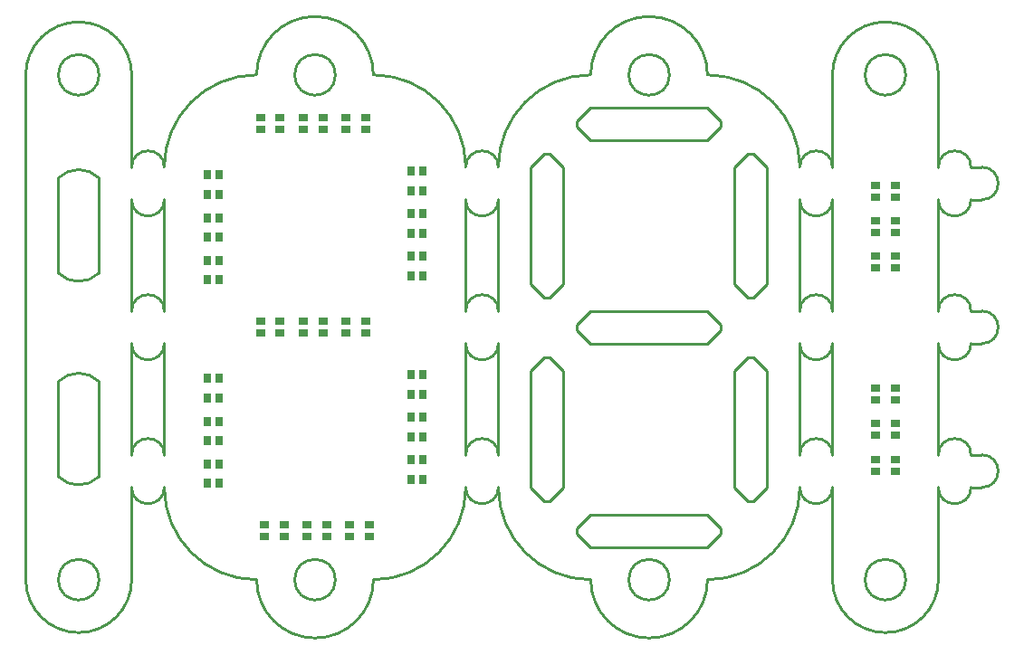
<source format=gtp>
G04*
G04 #@! TF.GenerationSoftware,Altium Limited,Altium Designer,20.2.6 (244)*
G04*
G04 Layer_Color=8421504*
%FSLAX25Y25*%
%MOIN*%
G70*
G04*
G04 #@! TF.SameCoordinates,EC59DE11-5F21-440E-92AE-D345A4C3AF16*
G04*
G04*
G04 #@! TF.FilePolarity,Positive*
G04*
G01*
G75*
%ADD10C,0.01000*%
%ADD13R,0.03543X0.02756*%
%ADD14R,0.02756X0.03543*%
D10*
X501000Y259000D02*
G03*
X513000Y259000I6000J0D01*
G01*
Y271000D02*
G03*
X501000Y271000I-6000J0D01*
G01*
Y206000D02*
G03*
X513000Y206000I6000J0D01*
G01*
Y218000D02*
G03*
X501000Y218000I-6000J0D01*
G01*
X513000Y165000D02*
G03*
X501000Y165000I-6000J0D01*
G01*
Y153000D02*
G03*
X513000Y153000I6000J0D01*
G01*
X204000D02*
G03*
X216000Y153000I6000J0D01*
G01*
X327000Y259000D02*
G03*
X339000Y259000I6000J0D01*
G01*
X450000Y153000D02*
G03*
X462000Y153000I6000J0D01*
G01*
X450000Y206000D02*
G03*
X462000Y206000I6000J0D01*
G01*
Y218000D02*
G03*
X450000Y218000I-6000J0D01*
G01*
Y259000D02*
G03*
X462000Y259000I6000J0D01*
G01*
X327000Y206000D02*
G03*
X339000Y206000I6000J0D01*
G01*
Y218000D02*
G03*
X327000Y218000I-6000J0D01*
G01*
Y153000D02*
G03*
X339000Y153000I6000J0D01*
G01*
X216000Y165000D02*
G03*
X204000Y165000I-6000J0D01*
G01*
Y206000D02*
G03*
X216000Y206000I6000J0D01*
G01*
Y218000D02*
G03*
X204000Y218000I-6000J0D01*
G01*
Y259000D02*
G03*
X216000Y259000I6000J0D01*
G01*
X462000Y271000D02*
G03*
X450000Y271000I-6000J0D01*
G01*
X462000Y165000D02*
G03*
X450000Y165000I-6000J0D01*
G01*
X339000Y271000D02*
G03*
X327000Y271000I-6000J0D01*
G01*
X339000Y165000D02*
G03*
X327000Y165000I-6000J0D01*
G01*
X216000Y271000D02*
G03*
X204000Y271000I-6000J0D01*
G01*
X517000Y153000D02*
G03*
X517000Y165000I0J6000D01*
G01*
Y206000D02*
G03*
X517000Y218000I0J6000D01*
G01*
Y259000D02*
G03*
X517000Y271000I0J6000D01*
G01*
X250000Y305000D02*
G03*
X216000Y271000I0J-34000D01*
G01*
X293000Y119000D02*
G03*
X327000Y153000I0J34000D01*
G01*
X216000D02*
G03*
X250000Y119000I34000J0D01*
G01*
X327000Y271000D02*
G03*
X293000Y305000I-34000J0D01*
G01*
D02*
G03*
X250000Y305000I-21500J0D01*
G01*
X279000D02*
G03*
X279000Y305000I-7500J0D01*
G01*
Y119000D02*
G03*
X279000Y119000I-7500J0D01*
G01*
X250000D02*
G03*
X293000Y119000I21500J0D01*
G01*
X165000Y119000D02*
G03*
X204000Y119000I19500J0D01*
G01*
X192000D02*
G03*
X192000Y119000I-7500J0D01*
G01*
Y305000D02*
G03*
X192000Y305000I-7500J0D01*
G01*
X204000D02*
G03*
X165000Y305000I-19500J0D01*
G01*
X192000Y267000D02*
G03*
X177000Y267000I-7500J-7500D01*
G01*
Y157000D02*
G03*
X192000Y157000I7500J7500D01*
G01*
X177000Y232000D02*
G03*
X192000Y232000I7500J7500D01*
G01*
Y192000D02*
G03*
X177000Y192000I-7500J-7500D01*
G01*
X416000Y119000D02*
G03*
X450000Y153000I0J34000D01*
G01*
X339000D02*
G03*
X373000Y119000I34000J0D01*
G01*
Y305000D02*
G03*
X339000Y271000I0J-34000D01*
G01*
X450000D02*
G03*
X416000Y305000I-34000J0D01*
G01*
D02*
G03*
X373000Y305000I-21500J0D01*
G01*
X402000D02*
G03*
X402000Y305000I-7500J0D01*
G01*
Y119000D02*
G03*
X402000Y119000I-7500J0D01*
G01*
X373000D02*
G03*
X416000Y119000I21500J0D01*
G01*
X501000Y305000D02*
G03*
X462000Y305000I-19500J0D01*
G01*
X489000D02*
G03*
X489000Y305000I-7500J0D01*
G01*
Y119000D02*
G03*
X489000Y119000I-7500J0D01*
G01*
X462000D02*
G03*
X501000Y119000I19500J0D01*
G01*
X513000Y271000D02*
X517000D01*
X513000Y259000D02*
X517000D01*
X513000Y218000D02*
X517000D01*
X513000Y206000D02*
X517000D01*
X513000Y153000D02*
X517000D01*
X513000Y165000D02*
X517000D01*
X501000Y218000D02*
Y259000D01*
Y165000D02*
Y206000D01*
X216000Y218000D02*
Y259000D01*
X462000Y165000D02*
Y206000D01*
X450000Y165000D02*
Y206000D01*
Y218000D02*
Y259000D01*
X462000Y218000D02*
Y259000D01*
X339000Y165000D02*
Y206000D01*
X327000Y165000D02*
Y206000D01*
Y218000D02*
Y259000D01*
X339000Y218000D02*
Y259000D01*
X204000Y218000D02*
Y259000D01*
Y165000D02*
Y206000D01*
X165000Y153000D02*
Y271000D01*
X216000Y165000D02*
Y206000D01*
X204000Y119000D02*
Y153000D01*
X165000Y119000D02*
Y153000D01*
X204000Y271000D02*
Y305000D01*
X165000Y271000D02*
Y305000D01*
X192000Y157000D02*
Y192000D01*
X177000Y157000D02*
Y192000D01*
X192000Y232000D02*
Y267000D01*
X177000Y232000D02*
Y267000D01*
X356000Y201000D02*
X358000D01*
X368000Y136000D02*
Y138000D01*
Y286000D02*
Y288000D01*
X356000Y276000D02*
X358000D01*
X368000Y211000D02*
Y213000D01*
X431000Y201000D02*
X433000D01*
X431000Y276000D02*
X433000D01*
Y201000D02*
X438000Y196000D01*
X358000Y201000D02*
X363000Y196000D01*
X351000D02*
X356000Y201000D01*
X426000Y196000D02*
X431000Y201000D01*
Y148000D02*
X433000D01*
X356000D02*
X358000D01*
X433000D02*
X438000Y153000D01*
X363000D02*
Y196000D01*
X426000Y153000D02*
Y196000D01*
X438000Y153000D02*
Y196000D01*
X351000Y153000D02*
X356000Y148000D01*
X358000D02*
X363000Y153000D01*
X426000D02*
X431000Y148000D01*
X351000Y153000D02*
Y196000D01*
X431000Y223000D02*
X433000D01*
X356000D02*
X358000D01*
X433000D02*
X438000Y228000D01*
X351000D02*
X356000Y223000D01*
X358000D02*
X363000Y228000D01*
X426000D02*
X431000Y223000D01*
X433000Y276000D02*
X438000Y271000D01*
X363000Y228000D02*
Y271000D01*
X426000Y228000D02*
Y271000D01*
X438000Y228000D02*
Y271000D01*
X358000Y276000D02*
X363000Y271000D01*
X351000D02*
X356000Y276000D01*
X426000Y271000D02*
X431000Y276000D01*
X351000Y228000D02*
Y271000D01*
X373000Y143000D02*
X416000D01*
X373000Y131000D02*
X416000D01*
X421000Y136000D01*
X416000Y143000D02*
X421000Y138000D01*
Y136000D02*
Y138000D01*
X368000Y136000D02*
X373000Y131000D01*
X368000Y138000D02*
X373000Y143000D01*
Y218000D02*
X416000D01*
X373000Y206000D02*
X416000D01*
X421000Y211000D01*
X416000Y218000D02*
X421000Y213000D01*
Y211000D02*
Y213000D01*
X368000Y211000D02*
X373000Y206000D01*
X368000Y213000D02*
X373000Y218000D01*
Y293000D02*
X416000D01*
X373000Y281000D02*
X416000D01*
X421000Y286000D01*
X416000Y293000D02*
X421000Y288000D01*
Y286000D02*
Y288000D01*
X368000Y286000D02*
X373000Y281000D01*
X368000Y288000D02*
X373000Y293000D01*
X462000Y271000D02*
Y305000D01*
X501000Y271000D02*
Y305000D01*
X462000Y119000D02*
Y153000D01*
X501000Y119000D02*
Y153000D01*
D13*
X251472Y214165D02*
D03*
Y209835D02*
D03*
X258677D02*
D03*
Y214165D02*
D03*
X291528Y134835D02*
D03*
Y139165D02*
D03*
X284323D02*
D03*
Y134835D02*
D03*
X251472Y289165D02*
D03*
Y284835D02*
D03*
X258677D02*
D03*
Y289165D02*
D03*
X267185Y214165D02*
D03*
Y209835D02*
D03*
X274390D02*
D03*
Y214165D02*
D03*
X275815Y134835D02*
D03*
Y139165D02*
D03*
X268610D02*
D03*
Y134835D02*
D03*
X267185Y289165D02*
D03*
Y284835D02*
D03*
X274390D02*
D03*
Y289165D02*
D03*
X282897Y214165D02*
D03*
Y209835D02*
D03*
X290103D02*
D03*
Y214165D02*
D03*
X260103Y134835D02*
D03*
Y139165D02*
D03*
X252898D02*
D03*
Y134835D02*
D03*
X282897Y289165D02*
D03*
Y284835D02*
D03*
X290103D02*
D03*
Y289165D02*
D03*
X477898Y189665D02*
D03*
Y185335D02*
D03*
X485103D02*
D03*
Y189665D02*
D03*
X477898Y264165D02*
D03*
Y259835D02*
D03*
X485103D02*
D03*
Y264165D02*
D03*
X477898Y176480D02*
D03*
Y172150D02*
D03*
X485103D02*
D03*
Y176480D02*
D03*
X477898Y251231D02*
D03*
Y246899D02*
D03*
X485103D02*
D03*
Y251231D02*
D03*
X477898Y163295D02*
D03*
Y158964D02*
D03*
X485103D02*
D03*
Y163295D02*
D03*
X477898Y238295D02*
D03*
Y233964D02*
D03*
X485103D02*
D03*
Y238295D02*
D03*
D14*
X231835Y229472D02*
D03*
X236165D02*
D03*
Y236677D02*
D03*
X231835D02*
D03*
Y154472D02*
D03*
X236165D02*
D03*
Y161677D02*
D03*
X231835D02*
D03*
X311165Y194528D02*
D03*
X306835D02*
D03*
Y187323D02*
D03*
X311165D02*
D03*
Y269528D02*
D03*
X306835D02*
D03*
Y262323D02*
D03*
X311165D02*
D03*
X231835Y245185D02*
D03*
X236165D02*
D03*
Y252390D02*
D03*
X231835D02*
D03*
Y170185D02*
D03*
X236165D02*
D03*
Y177390D02*
D03*
X231835D02*
D03*
X311165Y178815D02*
D03*
X306835D02*
D03*
Y171610D02*
D03*
X311165D02*
D03*
Y253815D02*
D03*
X306835D02*
D03*
Y246610D02*
D03*
X311165D02*
D03*
X231835Y260897D02*
D03*
X236165D02*
D03*
Y268103D02*
D03*
X231835D02*
D03*
Y185898D02*
D03*
X236165D02*
D03*
Y193103D02*
D03*
X231835D02*
D03*
X311165Y163102D02*
D03*
X306835D02*
D03*
Y155897D02*
D03*
X311165D02*
D03*
Y238103D02*
D03*
X306835D02*
D03*
Y230897D02*
D03*
X311165D02*
D03*
M02*

</source>
